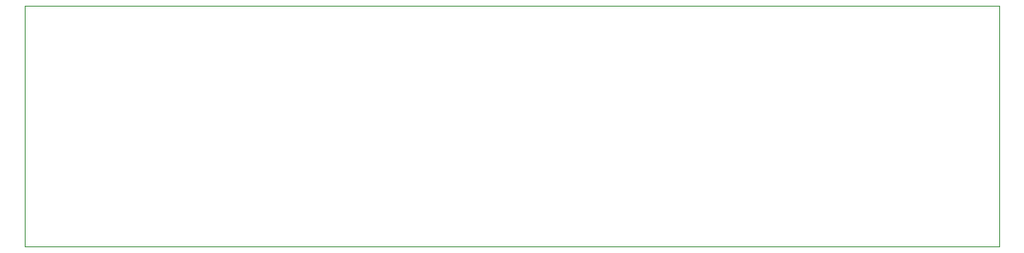
<source format=gm1>
G04 #@! TF.GenerationSoftware,KiCad,Pcbnew,(5.1.6)-1*
G04 #@! TF.CreationDate,2020-11-26T12:48:09+01:00*
G04 #@! TF.ProjectId,IsolationBarrier,49736f6c-6174-4696-9f6e-426172726965,rev?*
G04 #@! TF.SameCoordinates,Original*
G04 #@! TF.FileFunction,Profile,NP*
%FSLAX46Y46*%
G04 Gerber Fmt 4.6, Leading zero omitted, Abs format (unit mm)*
G04 Created by KiCad (PCBNEW (5.1.6)-1) date 2020-11-26 12:48:09*
%MOMM*%
%LPD*%
G01*
G04 APERTURE LIST*
G04 #@! TA.AperFunction,Profile*
%ADD10C,0.050000*%
G04 #@! TD*
G04 APERTURE END LIST*
D10*
X33321000Y-111000000D02*
X35321000Y-111000000D01*
X35321000Y-86283800D02*
X33321000Y-86283800D01*
X28321000Y-111000000D02*
X33321000Y-111000000D01*
X33321000Y-86283800D02*
X28321000Y-86283800D01*
X28321000Y-111000000D02*
X28321000Y-86283800D01*
X128321000Y-111000000D02*
X35321000Y-111000000D01*
X128321000Y-86283800D02*
X128321000Y-111000000D01*
X35321000Y-86283800D02*
X128321000Y-86283800D01*
M02*

</source>
